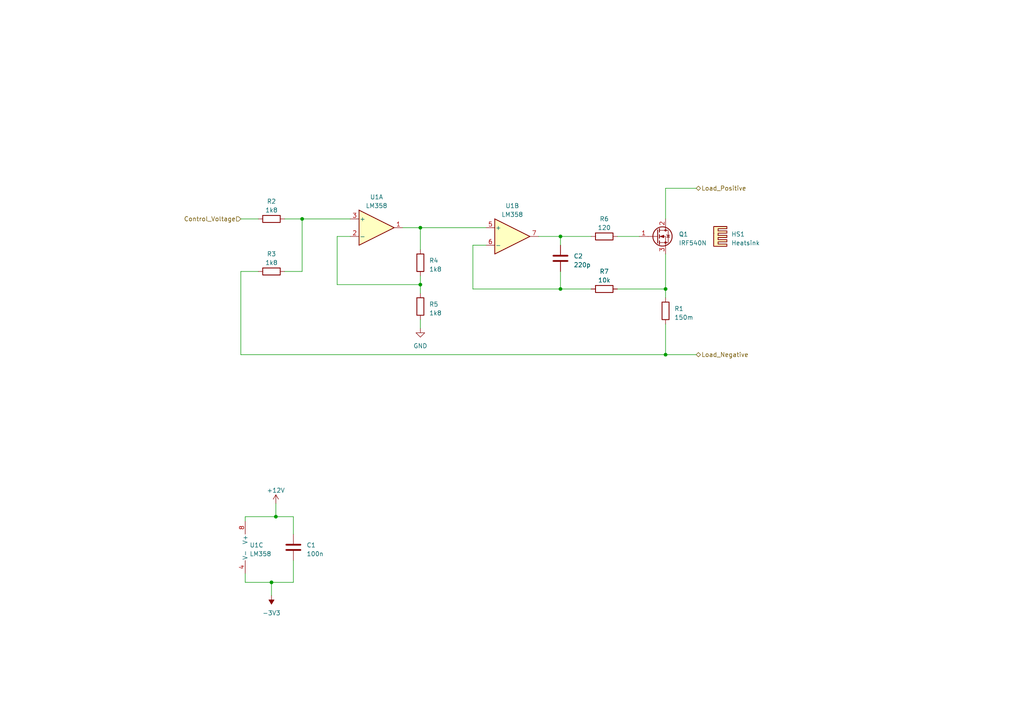
<source format=kicad_sch>
(kicad_sch (version 20230121) (generator eeschema)
  (paper "A4")
  (title_block (title "Electronic Load") (date "2023-10-22") (rev "1.0") (comment 1 "Author: Maximilian Mönikes"))
  (lib_symbols
    (symbol "Amplifier_Operational:LM358" (pin_names (offset 0.127))
      (property "Reference" "U" (at 0 5.08 0))
      (property "Value" "LM358" (at 0 -5.08 0))
      (symbol "LM358_1_1"
        (polyline (pts (xy -5.08 5.08) (xy 5.08 0) (xy -5.08 -5.08) (xy -5.08 5.08)) (stroke (width 0.254)) (fill (type background)))
        (pin output line (at 7.62 0 180) (length 2.54) (name "~") (number "1"))
        (pin input line (at -7.62 -2.54 0) (length 2.54) (name "-") (number "2"))
        (pin input line (at -7.62 2.54 0) (length 2.54) (name "+") (number "3"))
      )
      (symbol "LM358_2_1"
        (polyline (pts (xy -5.08 5.08) (xy 5.08 0) (xy -5.08 -5.08) (xy -5.08 5.08)) (stroke (width 0.254)) (fill (type background)))
        (pin input line (at -7.62 2.54 0) (length 2.54) (name "+") (number "5"))
        (pin input line (at -7.62 -2.54 0) (length 2.54) (name "-") (number "6"))
        (pin output line (at 7.62 0 180) (length 2.54) (name "~") (number "7"))
      )
      (symbol "LM358_3_1"
        (pin power_in line (at -2.54 -7.62 90) (length 3.81) (name "V-") (number "4"))
        (pin power_in line (at -2.54 7.62 270) (length 3.81) (name "V+") (number "8"))
      )
    )
    (symbol "Device:C" (pin_numbers hide) (pin_names (offset 0.254))
      (property "Reference" "C" (at 0.635 2.54 0))
      (property "Value" "C" (at 0.635 -2.54 0))
      (symbol "C_0_1"
        (polyline (pts (xy -2.032 -0.762) (xy 2.032 -0.762)) (stroke (width 0.508)))
        (polyline (pts (xy -2.032 0.762) (xy 2.032 0.762)) (stroke (width 0.508)))
      )
      (symbol "C_1_1"
        (pin passive line (at 0 3.81 270) (length 2.794) (name "~") (number "1"))
        (pin passive line (at 0 -3.81 90) (length 2.794) (name "~") (number "2"))
      )
    )
    (symbol "Device:R" (pin_numbers hide) (pin_names (offset 0))
      (property "Reference" "R" (at 2.032 0 90))
      (property "Value" "R" (at 0 0 90))
      (symbol "R_0_1"
        (rectangle (start -1.016 -2.54) (end 1.016 2.54) (stroke (width 0.254)))
      )
      (symbol "R_1_1"
        (pin passive line (at 0 3.81 270) (length 1.27) (name "~") (number "1"))
        (pin passive line (at 0 -3.81 90) (length 1.27) (name "~") (number "2"))
      )
    )
    (symbol "Mechanical:Heatsink" (pin_names (offset 1.016))
      (property "Reference" "HS" (at 0 5.08 0))
      (property "Value" "Heatsink" (at 0 -1.27 0))
      (symbol "Heatsink_0_1"
        (polyline (pts (xy -0.3302 1.27) (xy -0.9652 1.27) (xy -0.9652 3.81) (xy -1.6002 3.81) (xy -1.6002 1.27) (xy -2.2352 1.27) (xy -2.2352 3.81) (xy -2.8702 3.81) (xy -2.8702 0) (xy -0.9652 0)) (stroke (width 0.254)) (fill (type background)))
        (polyline (pts (xy -0.3302 1.27) (xy -0.3302 3.81) (xy 0.3048 3.81) (xy 0.3048 1.27) (xy 0.9398 1.27) (xy 0.9398 3.81) (xy 1.5748 3.81) (xy 1.5748 1.27) (xy 2.2098 1.27) (xy 2.2098 3.81) (xy 2.8448 3.81) (xy 2.8448 0) (xy -0.9652 0)) (stroke (width 0.254)) (fill (type background)))
      )
    )
    (symbol "Transistor_FET:IRF540N" (pin_names hide)
      (property "Reference" "Q" (at 6.35 1.905 0))
      (property "Value" "IRF540N" (at 6.35 0 0))
      (symbol "IRF540N_0_1"
        (polyline (pts (xy 0.254 0) (xy -2.54 0)))
        (polyline (pts (xy 0.254 1.905) (xy 0.254 -1.905)) (stroke (width 0.254)))
        (polyline (pts (xy 0.762 -1.27) (xy 0.762 -2.286)) (stroke (width 0.254)))
        (polyline (pts (xy 0.762 0.508) (xy 0.762 -0.508)) (stroke (width 0.254)))
        (polyline (pts (xy 0.762 2.286) (xy 0.762 1.27)) (stroke (width 0.254)))
        (polyline (pts (xy 2.54 2.54) (xy 2.54 1.778)))
        (polyline (pts (xy 2.54 -2.54) (xy 2.54 0) (xy 0.762 0)))
        (polyline (pts (xy 0.762 -1.778) (xy 3.302 -1.778) (xy 3.302 1.778) (xy 0.762 1.778)))
        (polyline (pts (xy 1.016 0) (xy 2.032 0.381) (xy 2.032 -0.381) (xy 1.016 0)) (fill (type outline)))
        (polyline (pts (xy 2.794 0.508) (xy 2.921 0.381) (xy 3.683 0.381) (xy 3.81 0.254)))
        (polyline (pts (xy 3.302 0.381) (xy 2.921 -0.254) (xy 3.683 -0.254) (xy 3.302 0.381)))
        (circle (center 1.651 0) (radius 2.794) (stroke (width 0.254)))
        (circle (center 2.54 -1.778) (radius 0.254) (fill (type outline)))
        (circle (center 2.54 1.778) (radius 0.254) (fill (type outline)))
      )
      (symbol "IRF540N_1_1"
        (pin input line (at -5.08 0 0) (length 2.54) (name "G") (number "1"))
        (pin passive line (at 2.54 5.08 270) (length 2.54) (name "D") (number "2"))
        (pin passive line (at 2.54 -5.08 90) (length 2.54) (name "S") (number "3"))
      )
    )
    (symbol "power:+12V" (power) (pin_names (offset 0))
      (property "Value" "+12V" (at 0 3.556 0))
      (symbol "+12V_0_1"
        (polyline (pts (xy -0.762 1.27) (xy 0 2.54)))
        (polyline (pts (xy 0 0) (xy 0 2.54)))
        (polyline (pts (xy 0 2.54) (xy 0.762 1.27)))
      )
      (symbol "+12V_1_1"
        (pin power_in line (at 0 0 90) (length 0) hide (name "+12V") (number "1"))
      )
    )
    (symbol "power:-3V3" (power) (pin_names (offset 0))
      (property "Value" "-3V3" (at 0 3.81 0))
      (symbol "-3V3_0_0"
        (pin power_in line (at 0 0 90) (length 0) hide (name "-3V3") (number "1"))
      )
      (symbol "-3V3_0_1"
        (polyline (pts (xy 0 0) (xy 0 1.27) (xy 0.762 1.27) (xy 0 2.54) (xy -0.762 1.27) (xy 0 1.27)) (fill (type outline)))
      )
    )
    (symbol "power:GND" (power) (pin_names (offset 0))
      (property "Value" "GND" (at 0 -3.81 0))
      (symbol "GND_0_1"
        (polyline (pts (xy 0 0) (xy 0 -1.27) (xy 1.27 -1.27) (xy 0 -2.54) (xy -1.27 -1.27) (xy 0 -1.27)))
      )
      (symbol "GND_1_1"
        (pin power_in line (at 0 0 270) (length 0) hide (name "GND") (number "1"))
      )
    )
  )
  (junction (at 162.56 68.58))
  (junction (at 80.01 149.86))
  (junction (at 193.04 83.82))
  (junction (at 87.63 63.5))
  (junction (at 162.56 83.82))
  (junction (at 78.74 168.91))
  (junction (at 121.92 66.04))
  (junction (at 193.04 102.87))
  (junction (at 121.92 82.55))
  (wire (pts (xy 193.04 102.87) (xy 69.85 102.87)))
  (wire (pts (xy 71.12 149.86) (xy 71.12 151.13)))
  (wire (pts (xy 80.01 149.86) (xy 85.09 149.86)))
  (wire (pts (xy 71.12 166.37) (xy 71.12 168.91)))
  (wire (pts (xy 71.12 168.91) (xy 78.74 168.91)))
  (wire (pts (xy 87.63 78.74) (xy 87.63 63.5)))
  (wire (pts (xy 97.79 82.55) (xy 97.79 68.58)))
  (wire (pts (xy 156.21 68.58) (xy 162.56 68.58)))
  (wire (pts (xy 162.56 83.82) (xy 171.45 83.82)))
  (wire (pts (xy 82.55 78.74) (xy 87.63 78.74)))
  (wire (pts (xy 87.63 63.5) (xy 101.6 63.5)))
  (wire (pts (xy 193.04 83.82) (xy 193.04 86.36)))
  (wire (pts (xy 193.04 54.61) (xy 193.04 63.5)))
  (wire (pts (xy 69.85 102.87) (xy 69.85 78.74)))
  (wire (pts (xy 193.04 73.66) (xy 193.04 83.82)))
  (wire (pts (xy 121.92 66.04) (xy 121.92 72.39)))
  (wire (pts (xy 71.12 149.86) (xy 80.01 149.86)))
  (wire (pts (xy 116.84 66.04) (xy 121.92 66.04)))
  (wire (pts (xy 121.92 80.01) (xy 121.92 82.55)))
  (wire (pts (xy 69.85 63.5) (xy 74.93 63.5)))
  (wire (pts (xy 78.74 168.91) (xy 78.74 172.72)))
  (wire (pts (xy 162.56 68.58) (xy 171.45 68.58)))
  (wire (pts (xy 193.04 93.98) (xy 193.04 102.87)))
  (wire (pts (xy 162.56 68.58) (xy 162.56 71.12)))
  (wire (pts (xy 82.55 63.5) (xy 87.63 63.5)))
  (wire (pts (xy 85.09 154.94) (xy 85.09 149.86)))
  (wire (pts (xy 121.92 82.55) (xy 121.92 85.09)))
  (wire (pts (xy 97.79 68.58) (xy 101.6 68.58)))
  (wire (pts (xy 162.56 83.82) (xy 162.56 78.74)))
  (wire (pts (xy 121.92 66.04) (xy 140.97 66.04)))
  (wire (pts (xy 179.07 68.58) (xy 185.42 68.58)))
  (wire (pts (xy 78.74 168.91) (xy 85.09 168.91)))
  (wire (pts (xy 201.93 54.61) (xy 193.04 54.61)))
  (wire (pts (xy 137.16 83.82) (xy 162.56 83.82)))
  (wire (pts (xy 121.92 92.71) (xy 121.92 95.25)))
  (wire (pts (xy 80.01 146.05) (xy 80.01 149.86)))
  (wire (pts (xy 179.07 83.82) (xy 193.04 83.82)))
  (wire (pts (xy 137.16 71.12) (xy 140.97 71.12)))
  (wire (pts (xy 193.04 102.87) (xy 201.93 102.87)))
  (wire (pts (xy 121.92 82.55) (xy 97.79 82.55)))
  (wire (pts (xy 85.09 168.91) (xy 85.09 162.56)))
  (wire (pts (xy 137.16 83.82) (xy 137.16 71.12)))
  (wire (pts (xy 69.85 78.74) (xy 74.93 78.74)))
  (hierarchical_label "Control_Voltage" (shape input) (at 69.85 63.5 180))
  (hierarchical_label "Load_Negative" (shape bidirectional) (at 201.93 102.87 0))
  (hierarchical_label "Load_Positive" (shape bidirectional) (at 201.93 54.61 0))
  (symbol (lib_id "Amplifier_Operational:LM358") (at 73.66 158.75 0) (unit 3)
    (property "Reference" "U1" (at 72.39 158.115 0) (effects (justify left)))
    (property "Value" "LM358" (at 72.39 160.655 0) (effects (justify left)))
    (property "Datasheet" "http://www.ti.com/lit/ds/symlink/lm2904-n.pdf" (effects hide))
    (instances (project "Cell_tester" (path "" (reference "U1") (unit 3)) (path "" (reference "U1") (unit 3)) (path "" (reference "U2") (unit 3))))
  )
  (symbol (lib_id "Device:R") (at 175.26 68.58 90) (unit 1)
    (property "Reference" "R6" (at 175.26 63.5 90))
    (property "Value" "120" (at 175.26 66.04 90))
    (instances (project "Cell_tester" (path "" (reference "R6") (unit 1)) (path "" (reference "R5") (unit 1)) (path "" (reference "R12") (unit 1))))
  )
  (symbol (lib_id "Device:C") (at 85.09 158.75 0) (unit 1)
    (property "Reference" "C1" (at 88.9 158.115 0) (effects (justify left)))
    (property "Value" "100n" (at 88.9 160.655 0) (effects (justify left)))
    (instances (project "Cell_tester" (path "" (reference "C1") (unit 1)) (path "" (reference "C1") (unit 1)) (path "" (reference "C3") (unit 1))))
  )
  (symbol (lib_id "Amplifier_Operational:LM358") (at 148.59 68.58 0) (unit 2)
    (property "Reference" "U1" (at 148.59 59.69 0))
    (property "Value" "LM358" (at 148.59 62.23 0))
    (property "Datasheet" "http://www.ti.com/lit/ds/symlink/lm2904-n.pdf" (effects hide))
    (instances (project "Cell_tester" (path "" (reference "U1") (unit 2)) (path "" (reference "U1") (unit 2)) (path "" (reference "U2") (unit 2))))
  )
  (symbol (lib_id "Transistor_FET:IRF540N") (at 190.5 68.58 0) (unit 1)
    (property "Reference" "Q1" (at 196.85 67.945 0) (effects (justify left)))
    (property "Value" "IRF540N" (at 196.85 70.485 0) (effects (justify left)))
    (property "Footprint" "Package_TO_SOT_THT:TO-220-3_Vertical" (effects hide))
    (property "Datasheet" "http://www.irf.com/product-info/datasheets/data/irf540n.pdf" (effects hide))
    (instances (project "Cell_tester" (path "" (reference "Q1") (unit 1)) (path "" (reference "Q1") (unit 1)) (path "" (reference "Q2") (unit 1))))
  )
  (symbol (lib_id "Device:R") (at 175.26 83.82 90) (unit 1)
    (property "Reference" "R7" (at 175.26 78.74 90))
    (property "Value" "10k" (at 175.26 81.28 90))
    (instances (project "Cell_tester" (path "" (reference "R7") (unit 1)) (path "" (reference "R6") (unit 1)) (path "" (reference "R13") (unit 1))))
  )
  (symbol (lib_id "Device:R") (at 121.92 88.9 0) (unit 1)
    (property "Reference" "R5" (at 124.46 88.265 0) (effects (justify left)))
    (property "Value" "1k8" (at 124.46 90.805 0) (effects (justify left)))
    (instances (project "Cell_tester" (path "" (reference "R5") (unit 1)) (path "" (reference "R4") (unit 1)) (path "" (reference "R11") (unit 1))))
  )
  (symbol (lib_id "power:GND") (at 121.92 95.25 0) (unit 1)
    (property "Reference" "#PWR01" (effects hide))
    (property "Value" "GND" (at 121.92 100.33 0))
    (instances (project "Cell_tester" (path "" (reference "#PWR01") (unit 1)) (path "" (reference "#PWR03") (unit 1)) (path "" (reference "#PWR06") (unit 1))))
  )
  (symbol (lib_id "Device:R") (at 78.74 63.5 90) (unit 1)
    (property "Reference" "R2" (at 78.74 58.42 90))
    (property "Value" "1k8" (at 78.74 60.96 90))
    (instances (project "Cell_tester" (path "" (reference "R2") (unit 1)) (path "" (reference "R1") (unit 1)) (path "" (reference "R8") (unit 1))))
  )
  (symbol (lib_id "Device:R") (at 193.04 90.17 0) (unit 1)
    (property "Reference" "R1" (at 195.58 89.535 0) (effects (justify left)))
    (property "Value" "150m" (at 195.58 92.075 0) (effects (justify left)))
    (instances (project "Cell_tester" (path "" (reference "R1") (unit 1)) (path "" (reference "R7") (unit 1)) (path "" (reference "R14") (unit 1))))
  )
  (symbol (lib_id "Mechanical:Heatsink") (at 207.01 68.58 270) (unit 1)
    (property "Reference" "HS1" (at 212.09 67.9323 90) (effects (justify left)))
    (property "Value" "Heatsink" (at 212.09 70.4723 90) (effects (justify left)))
    (instances (project "Cell_tester" (path "" (reference "HS1") (unit 1)) (path "" (reference "HS1") (unit 1)) (path "" (reference "HS2") (unit 1))))
  )
  (symbol (lib_id "Device:C") (at 162.56 74.93 0) (unit 1)
    (property "Reference" "C2" (at 166.37 74.295 0) (effects (justify left)))
    (property "Value" "220p" (at 166.37 76.835 0) (effects (justify left)))
    (instances (project "Cell_tester" (path "" (reference "C2") (unit 1)) (path "" (reference "C2") (unit 1)) (path "" (reference "C4") (unit 1))))
  )
  (symbol (lib_id "power:-3V3") (at 78.74 172.72 0) (mirror x) (unit 1)
    (property "Reference" "#PWR03" (effects hide))
    (property "Value" "-3V3" (at 78.74 177.8 0))
    (instances (project "Cell_tester" (path "" (reference "#PWR03") (unit 1)) (path "" (reference "#PWR01") (unit 1)) (path "" (reference "#PWR04") (unit 1))))
  )
  (symbol (lib_id "Amplifier_Operational:LM358") (at 109.22 66.04 0) (unit 1)
    (property "Reference" "U1" (at 109.22 57.15 0))
    (property "Value" "LM358" (at 109.22 59.69 0))
    (property "Datasheet" "http://www.ti.com/lit/ds/symlink/lm2904-n.pdf" (effects hide))
    (instances (project "Cell_tester" (path "" (reference "U1") (unit 1)) (path "" (reference "U1") (unit 1)) (path "" (reference "U2") (unit 1))))
  )
  (symbol (lib_id "Device:R") (at 121.92 76.2 0) (unit 1)
    (property "Reference" "R4" (at 124.46 75.565 0) (effects (justify left)))
    (property "Value" "1k8" (at 124.46 78.105 0) (effects (justify left)))
    (instances (project "Cell_tester" (path "" (reference "R4") (unit 1)) (path "" (reference "R3") (unit 1)) (path "" (reference "R10") (unit 1))))
  )
  (symbol (lib_id "Device:R") (at 78.74 78.74 90) (unit 1)
    (property "Reference" "R3" (at 78.74 73.66 90))
    (property "Value" "1k8" (at 78.74 76.2 90))
    (instances (project "Cell_tester" (path "" (reference "R3") (unit 1)) (path "" (reference "R2") (unit 1)) (path "" (reference "R9") (unit 1))))
  )
  (symbol (lib_id "power:+12V") (at 80.01 146.05 0) (unit 1)
    (property "Reference" "#PWR02" (effects hide))
    (property "Value" "+12V" (at 80.01 142.24 0))
    (instances (project "Cell_tester" (path "" (reference "#PWR02") (unit 1)) (path "" (reference "#PWR02") (unit 1)) (path "" (reference "#PWR05") (unit 1))))
  )
)
</source>
